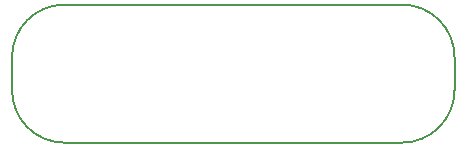
<source format=gbr>
G04 #@! TF.FileFunction,Profile,NP*
%FSLAX46Y46*%
G04 Gerber Fmt 4.6, Leading zero omitted, Abs format (unit mm)*
G04 Created by KiCad (PCBNEW 4.0.5-e0-6337~49~ubuntu15.04.1) date Mon Dec 18 21:15:46 2017*
%MOMM*%
%LPD*%
G01*
G04 APERTURE LIST*
%ADD10C,0.100000*%
%ADD11C,0.150000*%
G04 APERTURE END LIST*
D10*
D11*
X115570000Y-82169000D02*
X115570000Y-79375000D01*
X148590000Y-86614000D02*
G75*
G03X153035000Y-82169000I0J4445000D01*
G01*
X153035000Y-79375000D02*
G75*
G03X148590000Y-74930000I-4445000J0D01*
G01*
X120015000Y-74930000D02*
G75*
G03X115570000Y-79375000I0J-4445000D01*
G01*
X115570000Y-82169000D02*
G75*
G03X120015000Y-86614000I4445000J0D01*
G01*
X148590000Y-74930000D02*
X120015000Y-74930000D01*
X153035000Y-79375000D02*
X153035000Y-82169000D01*
X120015000Y-86614000D02*
X148590000Y-86614000D01*
M02*

</source>
